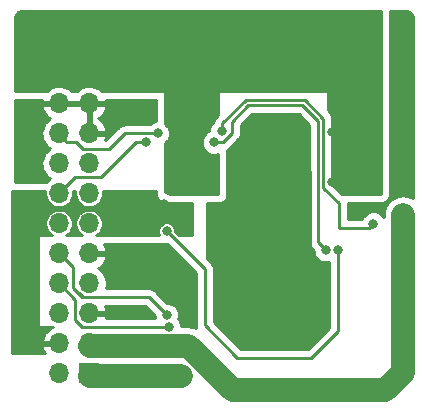
<source format=gbr>
%TF.GenerationSoftware,KiCad,Pcbnew,5.99.0-unknown-ad88874~101~ubuntu20.04.1*%
%TF.CreationDate,2020-05-19T21:45:08-04:00*%
%TF.ProjectId,L6205,4c363230-352e-46b6-9963-61645f706362,rev?*%
%TF.SameCoordinates,Original*%
%TF.FileFunction,Copper,L2,Bot*%
%TF.FilePolarity,Positive*%
%FSLAX46Y46*%
G04 Gerber Fmt 4.6, Leading zero omitted, Abs format (unit mm)*
G04 Created by KiCad (PCBNEW 5.99.0-unknown-ad88874~101~ubuntu20.04.1) date 2020-05-19 21:45:08*
%MOMM*%
%LPD*%
G01*
G04 APERTURE LIST*
%TA.AperFunction,ComponentPad*%
%ADD10R,1.700000X1.700000*%
%TD*%
%TA.AperFunction,ComponentPad*%
%ADD11O,1.700000X1.700000*%
%TD*%
%TA.AperFunction,ViaPad*%
%ADD12C,1.000000*%
%TD*%
%TA.AperFunction,Conductor*%
%ADD13R,6.780000X11.860000*%
%TD*%
%TA.AperFunction,ViaPad*%
%ADD14C,0.800000*%
%TD*%
%TA.AperFunction,Conductor*%
%ADD15C,0.250000*%
%TD*%
%TA.AperFunction,Conductor*%
%ADD16C,2.000000*%
%TD*%
%TA.AperFunction,Conductor*%
%ADD17C,0.254000*%
%TD*%
G04 APERTURE END LIST*
D10*
%TO.P,J1,1,Pin_1*%
%TO.N,/M1_B*%
X106934000Y-131318000D03*
D11*
%TO.P,J1,2,Pin_2*%
%TO.N,/M1_A*%
X104394000Y-131318000D03*
%TO.P,J1,3,Pin_3*%
%TO.N,/M2_B*%
X106934000Y-128778000D03*
%TO.P,J1,4,Pin_4*%
%TO.N,/M2_A*%
X104394000Y-128778000D03*
%TO.P,J1,5,Pin_5*%
%TO.N,GND*%
X106934000Y-126238000D03*
%TO.P,J1,6,Pin_6*%
X104394000Y-126238000D03*
%TO.P,J1,7,Pin_7*%
%TO.N,N/C*%
X106934000Y-123698000D03*
%TO.P,J1,8,Pin_8*%
%TO.N,/IN1_A*%
X104394000Y-123698000D03*
%TO.P,J1,9,Pin_9*%
%TO.N,GND*%
X106934000Y-121158000D03*
%TO.P,J1,10,Pin_10*%
%TO.N,/IN2_A*%
X104394000Y-121158000D03*
%TO.P,J1,11,Pin_11*%
%TO.N,GND*%
X106934000Y-118618000D03*
%TO.P,J1,12,Pin_12*%
%TO.N,/ENA_A*%
X104394000Y-118618000D03*
%TO.P,J1,13,Pin_13*%
%TO.N,GND*%
X106934000Y-116078000D03*
%TO.P,J1,14,Pin_14*%
%TO.N,/IN1_B*%
X104394000Y-116078000D03*
%TO.P,J1,15,Pin_15*%
%TO.N,GND*%
X106934000Y-113538000D03*
%TO.P,J1,16,Pin_16*%
%TO.N,/IN2_B*%
X104394000Y-113538000D03*
%TO.P,J1,17,Pin_17*%
%TO.N,GND*%
X106934000Y-110998000D03*
%TO.P,J1,18,Pin_18*%
%TO.N,/ENA_B*%
X104394000Y-110998000D03*
%TO.P,J1,19,Pin_19*%
%TO.N,GND*%
X106934000Y-108458000D03*
%TO.P,J1,20,Pin_20*%
X104394000Y-108458000D03*
%TO.P,J1,21,Pin_21*%
%TO.N,+12V*%
X106934000Y-105918000D03*
%TO.P,J1,22,Pin_22*%
X104394000Y-105918000D03*
%TO.P,J1,23,Pin_23*%
X106934000Y-103378000D03*
%TO.P,J1,24,Pin_24*%
X104394000Y-103378000D03*
%TD*%
D12*
%TO.N,Net-(U1-Pad21)*%
%TO.C,U1*%
X123698000Y-125216502D03*
X122428000Y-125216502D03*
X121158000Y-125216502D03*
X124968000Y-122676502D03*
X123698000Y-122676502D03*
X122428000Y-122676502D03*
X121158000Y-122676502D03*
X119888000Y-122676502D03*
X124968000Y-120136502D03*
X123698000Y-120136502D03*
X122428000Y-120136502D03*
X121158000Y-120136502D03*
X119888000Y-120136502D03*
X124968000Y-117596502D03*
X123698000Y-117596502D03*
X122428000Y-117596502D03*
X121158000Y-117596502D03*
X119888000Y-117596502D03*
X123698000Y-115056502D03*
X122428000Y-115056502D03*
X121158000Y-115056502D03*
D13*
X122428000Y-120136502D03*
%TD*%
D14*
%TO.N,/IN2_B*%
X113500000Y-119250000D03*
%TO.N,/IN1_B*%
X111750000Y-111750000D03*
X117500000Y-111750000D03*
%TO.N,/ENA_B*%
X112750000Y-111000000D03*
X118147000Y-110774999D03*
%TO.N,GND*%
X109000000Y-123500000D03*
X111000000Y-123500000D03*
%TO.N,/IN1_B*%
X126978598Y-120882598D03*
%TO.N,/IN2_A*%
X113517919Y-126374225D03*
%TO.N,/IN1_A*%
X113686000Y-127360000D03*
%TO.N,/M2_A*%
X114000000Y-117750000D03*
X113250000Y-117000000D03*
X112500000Y-117750000D03*
%TO.N,/IN2_B*%
X128000000Y-120886502D03*
%TO.N,GND*%
X133250000Y-106136502D03*
X133250000Y-113886502D03*
%TO.N,/ENA_B*%
X131000000Y-118636502D03*
%TO.N,/M1_B*%
X114750000Y-131500000D03*
%TO.N,/M2_B*%
X133500000Y-117886502D03*
%TO.N,+12V*%
X117500000Y-115386502D03*
X113750000Y-115386502D03*
X131000000Y-115136502D03*
X127500000Y-115136502D03*
X127500000Y-110886502D03*
X128750000Y-110886502D03*
X128750000Y-108886502D03*
X127750000Y-108886502D03*
%TD*%
D15*
%TO.N,/IN2_B*%
X119500000Y-130000000D02*
X125750000Y-130000000D01*
X116750000Y-122500000D02*
X116750000Y-127250000D01*
X113500000Y-119250000D02*
X116750000Y-122500000D01*
X116750000Y-127250000D02*
X119500000Y-130000000D01*
X125750000Y-130000000D02*
X128000000Y-127750000D01*
X128000000Y-127750000D02*
X128000000Y-120886502D01*
D16*
%TO.N,/M2_B*%
X119111283Y-132750000D02*
X132000000Y-132750000D01*
X115040000Y-128960000D02*
X107000000Y-128960000D01*
X115321283Y-128960000D02*
X119111283Y-132750000D01*
X115040000Y-128960000D02*
X115321283Y-128960000D01*
X133500000Y-127500000D02*
X133500000Y-125750000D01*
X133500000Y-125750000D02*
X133500000Y-117886502D01*
X132000000Y-132750000D02*
X133500000Y-131250000D01*
X133500000Y-131250000D02*
X133500000Y-125750000D01*
D15*
%TO.N,/IN1_B*%
X120750000Y-108611511D02*
X120388489Y-108611511D01*
X126065795Y-109684205D02*
X124993101Y-108611511D01*
X126004091Y-109622501D02*
X126065795Y-109684205D01*
X126065795Y-109684205D02*
X126324989Y-109943399D01*
X124993101Y-108611511D02*
X120750000Y-108611511D01*
X118997501Y-110997501D02*
X118245001Y-111750000D01*
X120388489Y-108611511D02*
X118997501Y-110002499D01*
X118997501Y-110002499D02*
X118997501Y-110997501D01*
X126324989Y-113175011D02*
X126324989Y-109943399D01*
X126324989Y-113175011D02*
X126324989Y-114386989D01*
X118245001Y-111750000D02*
X117500000Y-111750000D01*
%TO.N,/IN1_A*%
X104394000Y-123698000D02*
X105758999Y-125062999D01*
X105758999Y-125062999D02*
X105758999Y-126802001D01*
X105758999Y-126802001D02*
X106369999Y-127413001D01*
X106369999Y-127413001D02*
X113632999Y-127413001D01*
X113632999Y-127413001D02*
X113686000Y-127360000D01*
%TO.N,/IN2_A*%
X112016695Y-124873001D02*
X108123001Y-124873001D01*
X108123001Y-124873001D02*
X106433999Y-124873001D01*
X104394000Y-121158000D02*
X105569001Y-122333001D01*
X105569001Y-122333001D02*
X105569001Y-124072003D01*
X105569001Y-124072003D02*
X106369999Y-124873001D01*
X106369999Y-124873001D02*
X108123001Y-124873001D01*
%TO.N,/IN1_B*%
X111750000Y-111750000D02*
X110926002Y-111750000D01*
X110926002Y-111750000D02*
X107963001Y-114713001D01*
X105758999Y-114713001D02*
X107963001Y-114713001D01*
%TO.N,/ENA_B*%
X108605001Y-112355001D02*
X106435999Y-112355001D01*
X112750000Y-111000000D02*
X109960002Y-111000000D01*
X109960002Y-111000000D02*
X108605001Y-112355001D01*
X118225001Y-110774999D02*
X118225001Y-110120999D01*
X118225001Y-110774999D02*
X118147000Y-110774999D01*
%TO.N,/IN1_B*%
X126324989Y-114386989D02*
X126324989Y-120228989D01*
%TO.N,/ENA_B*%
X120184499Y-108161501D02*
X125179501Y-108161501D01*
X118225001Y-110120999D02*
X120184499Y-108161501D01*
X126774999Y-114328999D02*
X126774999Y-111477001D01*
X125179501Y-108161501D02*
X126774999Y-109756999D01*
X126774999Y-109756999D02*
X126774999Y-111477001D01*
%TO.N,/IN1_B*%
X126324989Y-120228989D02*
X126978598Y-120882598D01*
X104394000Y-116078000D02*
X105758999Y-114713001D01*
%TO.N,/ENA_B*%
X126774999Y-114328999D02*
X126774999Y-115598999D01*
X128100001Y-119036501D02*
X128100001Y-117686001D01*
X128100001Y-116924001D02*
X128100001Y-117686001D01*
X126774999Y-115598999D02*
X128100001Y-116924001D01*
%TO.N,/IN2_A*%
X106433999Y-124873001D02*
X106096499Y-124535501D01*
X106225999Y-124665001D02*
X106096499Y-124535501D01*
X113517919Y-126374225D02*
X112016695Y-124873001D01*
%TO.N,/ENA_B*%
X130600001Y-119036501D02*
X128100001Y-119036501D01*
%TO.N,/IN2_B*%
X128000000Y-120886502D02*
X128000000Y-121063500D01*
%TO.N,/ENA_B*%
X131000000Y-118636502D02*
X130600001Y-119036501D01*
X105830998Y-111750000D02*
X105030000Y-111750000D01*
X105030000Y-111750000D02*
X104460000Y-111180000D01*
X106435999Y-112355001D02*
X105830998Y-111750000D01*
D16*
%TO.N,/M1_B*%
X107000000Y-131500000D02*
X114750000Y-131500000D01*
%TD*%
%TO.N,GND*%
G36*
X107061999Y-120956191D02*
G01*
X107135808Y-121030000D01*
X108326863Y-121030001D01*
X108402373Y-120940488D01*
X108376499Y-120789114D01*
X108373817Y-120778784D01*
X108293723Y-120551343D01*
X108289339Y-120541612D01*
X108201613Y-120384000D01*
X113557786Y-120384000D01*
X115989000Y-122815215D01*
X115989001Y-127149427D01*
X115989001Y-127360489D01*
X115992103Y-127380078D01*
X116007739Y-127428199D01*
X116015057Y-127474405D01*
X115974313Y-127452006D01*
X115962982Y-127447150D01*
X115960639Y-127446407D01*
X115958489Y-127445254D01*
X115947109Y-127440517D01*
X115807969Y-127397977D01*
X115668764Y-127353819D01*
X115656270Y-127351209D01*
X115654332Y-127351005D01*
X115652133Y-127350333D01*
X115640053Y-127347898D01*
X115333182Y-127316725D01*
X115320857Y-127316682D01*
X115243441Y-127324000D01*
X114722000Y-127324000D01*
X114722000Y-127231938D01*
X114719844Y-127215562D01*
X114653554Y-126968165D01*
X114647233Y-126952905D01*
X114519171Y-126731095D01*
X114509116Y-126717991D01*
X114500628Y-126709503D01*
X114551763Y-126518663D01*
X114553919Y-126502287D01*
X114553919Y-126246163D01*
X114551763Y-126229787D01*
X114485473Y-125982390D01*
X114479152Y-125967130D01*
X114351090Y-125745320D01*
X114341035Y-125732216D01*
X114159928Y-125551109D01*
X114146824Y-125541054D01*
X113925014Y-125412992D01*
X113909754Y-125406671D01*
X113662357Y-125340381D01*
X113645981Y-125338225D01*
X113558135Y-125338225D01*
X112633105Y-124413196D01*
X112633102Y-124413192D01*
X112476675Y-124256765D01*
X112460629Y-124245107D01*
X112415542Y-124222134D01*
X112374611Y-124192395D01*
X112356939Y-124183390D01*
X112308821Y-124167756D01*
X112263734Y-124144783D01*
X112244871Y-124138654D01*
X112194888Y-124130738D01*
X112146773Y-124115104D01*
X112127184Y-124112002D01*
X112071886Y-124112002D01*
X112071874Y-124112001D01*
X108363575Y-124112001D01*
X108366272Y-124104787D01*
X108369151Y-124094511D01*
X108414392Y-123857351D01*
X108415507Y-123846128D01*
X108418077Y-123578341D01*
X108417178Y-123567099D01*
X108376499Y-123329114D01*
X108373817Y-123318784D01*
X108293723Y-123091343D01*
X108289339Y-123081612D01*
X108172067Y-122870916D01*
X108166107Y-122862064D01*
X108015013Y-122674140D01*
X108007647Y-122666417D01*
X107827049Y-122506638D01*
X107818486Y-122500267D01*
X107701888Y-122427973D01*
X107795330Y-122372491D01*
X107804012Y-122366286D01*
X107987645Y-122210004D01*
X107995158Y-122202424D01*
X108149833Y-122017435D01*
X108155962Y-122008698D01*
X108277256Y-121800294D01*
X108281825Y-121790650D01*
X108366272Y-121564787D01*
X108369151Y-121554511D01*
X108402943Y-121377370D01*
X108327356Y-121286000D01*
X107135808Y-121285999D01*
X107135807Y-121286000D01*
X106806000Y-121285999D01*
X106806001Y-120384000D01*
X107062000Y-120384000D01*
X107061999Y-120956191D01*
G37*
D17*
X107061999Y-120956191D02*
X107135808Y-121030000D01*
X108326863Y-121030001D01*
X108402373Y-120940488D01*
X108376499Y-120789114D01*
X108373817Y-120778784D01*
X108293723Y-120551343D01*
X108289339Y-120541612D01*
X108201613Y-120384000D01*
X113557786Y-120384000D01*
X115989000Y-122815215D01*
X115989001Y-127149427D01*
X115989001Y-127360489D01*
X115992103Y-127380078D01*
X116007739Y-127428199D01*
X116015057Y-127474405D01*
X115974313Y-127452006D01*
X115962982Y-127447150D01*
X115960639Y-127446407D01*
X115958489Y-127445254D01*
X115947109Y-127440517D01*
X115807969Y-127397977D01*
X115668764Y-127353819D01*
X115656270Y-127351209D01*
X115654332Y-127351005D01*
X115652133Y-127350333D01*
X115640053Y-127347898D01*
X115333182Y-127316725D01*
X115320857Y-127316682D01*
X115243441Y-127324000D01*
X114722000Y-127324000D01*
X114722000Y-127231938D01*
X114719844Y-127215562D01*
X114653554Y-126968165D01*
X114647233Y-126952905D01*
X114519171Y-126731095D01*
X114509116Y-126717991D01*
X114500628Y-126709503D01*
X114551763Y-126518663D01*
X114553919Y-126502287D01*
X114553919Y-126246163D01*
X114551763Y-126229787D01*
X114485473Y-125982390D01*
X114479152Y-125967130D01*
X114351090Y-125745320D01*
X114341035Y-125732216D01*
X114159928Y-125551109D01*
X114146824Y-125541054D01*
X113925014Y-125412992D01*
X113909754Y-125406671D01*
X113662357Y-125340381D01*
X113645981Y-125338225D01*
X113558135Y-125338225D01*
X112633105Y-124413196D01*
X112633102Y-124413192D01*
X112476675Y-124256765D01*
X112460629Y-124245107D01*
X112415542Y-124222134D01*
X112374611Y-124192395D01*
X112356939Y-124183390D01*
X112308821Y-124167756D01*
X112263734Y-124144783D01*
X112244871Y-124138654D01*
X112194888Y-124130738D01*
X112146773Y-124115104D01*
X112127184Y-124112002D01*
X112071886Y-124112002D01*
X112071874Y-124112001D01*
X108363575Y-124112001D01*
X108366272Y-124104787D01*
X108369151Y-124094511D01*
X108414392Y-123857351D01*
X108415507Y-123846128D01*
X108418077Y-123578341D01*
X108417178Y-123567099D01*
X108376499Y-123329114D01*
X108373817Y-123318784D01*
X108293723Y-123091343D01*
X108289339Y-123081612D01*
X108172067Y-122870916D01*
X108166107Y-122862064D01*
X108015013Y-122674140D01*
X108007647Y-122666417D01*
X107827049Y-122506638D01*
X107818486Y-122500267D01*
X107701888Y-122427973D01*
X107795330Y-122372491D01*
X107804012Y-122366286D01*
X107987645Y-122210004D01*
X107995158Y-122202424D01*
X108149833Y-122017435D01*
X108155962Y-122008698D01*
X108277256Y-121800294D01*
X108281825Y-121790650D01*
X108366272Y-121564787D01*
X108369151Y-121554511D01*
X108402943Y-121377370D01*
X108327356Y-121286000D01*
X107135808Y-121285999D01*
X107135807Y-121286000D01*
X106806000Y-121285999D01*
X106806001Y-120384000D01*
X107062000Y-120384000D01*
X107061999Y-120956191D01*
G36*
X112481919Y-126414441D02*
G01*
X112481919Y-126502287D01*
X112484075Y-126518663D01*
X112519803Y-126652001D01*
X108363575Y-126652001D01*
X108366272Y-126644788D01*
X108369151Y-126634511D01*
X108402943Y-126457370D01*
X108327356Y-126366000D01*
X107135808Y-126365999D01*
X107135807Y-126366000D01*
X106519999Y-126365999D01*
X106519999Y-126110001D01*
X106732192Y-126110001D01*
X106732193Y-126110000D01*
X108326863Y-126110001D01*
X108402373Y-126020488D01*
X108376499Y-125869114D01*
X108373817Y-125858784D01*
X108294659Y-125634001D01*
X111701480Y-125634001D01*
X112481919Y-126414441D01*
G37*
X112481919Y-126414441D02*
X112481919Y-126502287D01*
X112484075Y-126518663D01*
X112519803Y-126652001D01*
X108363575Y-126652001D01*
X108366272Y-126644788D01*
X108369151Y-126634511D01*
X108402943Y-126457370D01*
X108327356Y-126366000D01*
X107135808Y-126365999D01*
X107135807Y-126366000D01*
X106519999Y-126365999D01*
X106519999Y-126110001D01*
X106732192Y-126110001D01*
X106732193Y-126110000D01*
X108326863Y-126110001D01*
X108402373Y-126020488D01*
X108376499Y-125869114D01*
X108373817Y-125858784D01*
X108294659Y-125634001D01*
X111701480Y-125634001D01*
X112481919Y-126414441D01*
G36*
X104997999Y-126110001D02*
G01*
X104998000Y-126366000D01*
X104266000Y-126365999D01*
X104266001Y-126110000D01*
X104997999Y-126110001D01*
G37*
X104997999Y-126110001D02*
X104998000Y-126366000D01*
X104266000Y-126365999D01*
X104266001Y-126110000D01*
X104997999Y-126110001D01*
G36*
X133672301Y-100634008D02*
G01*
X133681522Y-100635584D01*
X133692609Y-100636641D01*
X133692988Y-100636676D01*
X133857710Y-100651376D01*
X133962013Y-100679911D01*
X134059615Y-100726465D01*
X134147434Y-100789569D01*
X134222686Y-100867225D01*
X134283003Y-100956985D01*
X134326466Y-101055995D01*
X134352890Y-101166060D01*
X134362821Y-101301288D01*
X134364111Y-101310160D01*
X134366001Y-101318792D01*
X134366001Y-116494840D01*
X134142488Y-116373987D01*
X134131126Y-116369211D01*
X133836469Y-116278000D01*
X133824396Y-116275521D01*
X133517635Y-116243279D01*
X133505310Y-116243193D01*
X133198129Y-116271149D01*
X133186023Y-116273458D01*
X132890121Y-116360546D01*
X132878694Y-116365163D01*
X132605344Y-116508067D01*
X132595030Y-116514816D01*
X132354643Y-116708093D01*
X132345838Y-116716716D01*
X132147568Y-116953003D01*
X132140605Y-116963173D01*
X131992008Y-117233471D01*
X131987152Y-117244800D01*
X131893820Y-117539022D01*
X131891209Y-117551517D01*
X131864346Y-117807101D01*
X131864001Y-117813691D01*
X131864001Y-118060996D01*
X131833171Y-118007597D01*
X131823116Y-117994493D01*
X131642009Y-117813386D01*
X131628905Y-117803331D01*
X131407095Y-117675269D01*
X131391835Y-117668948D01*
X131144438Y-117602658D01*
X131128062Y-117600502D01*
X130871938Y-117600502D01*
X130855562Y-117602658D01*
X130608165Y-117668948D01*
X130592905Y-117675269D01*
X130371095Y-117803331D01*
X130357991Y-117813386D01*
X130176884Y-117994493D01*
X130166829Y-118007597D01*
X130038767Y-118229407D01*
X130032446Y-118244667D01*
X130024184Y-118275501D01*
X128884000Y-118275501D01*
X128884000Y-116884000D01*
X131756754Y-116884000D01*
X131770184Y-116882556D01*
X131998832Y-116832817D01*
X132019666Y-116824187D01*
X132158371Y-116735047D01*
X132171992Y-116723244D01*
X132278483Y-116600348D01*
X132288227Y-116585185D01*
X132355779Y-116437265D01*
X132360857Y-116419972D01*
X132383358Y-116263478D01*
X132384000Y-116254500D01*
X132384000Y-100634000D01*
X133672269Y-100634000D01*
X133672301Y-100634008D01*
G37*
X133672301Y-100634008D02*
X133681522Y-100635584D01*
X133692609Y-100636641D01*
X133692988Y-100636676D01*
X133857710Y-100651376D01*
X133962013Y-100679911D01*
X134059615Y-100726465D01*
X134147434Y-100789569D01*
X134222686Y-100867225D01*
X134283003Y-100956985D01*
X134326466Y-101055995D01*
X134352890Y-101166060D01*
X134362821Y-101301288D01*
X134364111Y-101310160D01*
X134366001Y-101318792D01*
X134366001Y-116494840D01*
X134142488Y-116373987D01*
X134131126Y-116369211D01*
X133836469Y-116278000D01*
X133824396Y-116275521D01*
X133517635Y-116243279D01*
X133505310Y-116243193D01*
X133198129Y-116271149D01*
X133186023Y-116273458D01*
X132890121Y-116360546D01*
X132878694Y-116365163D01*
X132605344Y-116508067D01*
X132595030Y-116514816D01*
X132354643Y-116708093D01*
X132345838Y-116716716D01*
X132147568Y-116953003D01*
X132140605Y-116963173D01*
X131992008Y-117233471D01*
X131987152Y-117244800D01*
X131893820Y-117539022D01*
X131891209Y-117551517D01*
X131864346Y-117807101D01*
X131864001Y-117813691D01*
X131864001Y-118060996D01*
X131833171Y-118007597D01*
X131823116Y-117994493D01*
X131642009Y-117813386D01*
X131628905Y-117803331D01*
X131407095Y-117675269D01*
X131391835Y-117668948D01*
X131144438Y-117602658D01*
X131128062Y-117600502D01*
X130871938Y-117600502D01*
X130855562Y-117602658D01*
X130608165Y-117668948D01*
X130592905Y-117675269D01*
X130371095Y-117803331D01*
X130357991Y-117813386D01*
X130176884Y-117994493D01*
X130166829Y-118007597D01*
X130038767Y-118229407D01*
X130032446Y-118244667D01*
X130024184Y-118275501D01*
X128884000Y-118275501D01*
X128884000Y-116884000D01*
X131756754Y-116884000D01*
X131770184Y-116882556D01*
X131998832Y-116832817D01*
X132019666Y-116824187D01*
X132158371Y-116735047D01*
X132171992Y-116723244D01*
X132278483Y-116600348D01*
X132288227Y-116585185D01*
X132355779Y-116437265D01*
X132360857Y-116419972D01*
X132383358Y-116263478D01*
X132384000Y-116254500D01*
X132384000Y-100634000D01*
X133672269Y-100634000D01*
X133672301Y-100634008D01*
G36*
X102918085Y-108231233D02*
G01*
X102993734Y-108330000D01*
X104192192Y-108330001D01*
X104192193Y-108330000D01*
X105588191Y-108330001D01*
X105588192Y-108330000D01*
X106732192Y-108330001D01*
X106732193Y-108330000D01*
X108326863Y-108330001D01*
X108402373Y-108240488D01*
X108384171Y-108134000D01*
X112616000Y-108134000D01*
X112616000Y-109964782D01*
X112605562Y-109966156D01*
X112358165Y-110032446D01*
X112342905Y-110038767D01*
X112121095Y-110166829D01*
X112107991Y-110176884D01*
X112045876Y-110239000D01*
X109904823Y-110239000D01*
X109904811Y-110239001D01*
X109849512Y-110239001D01*
X109829924Y-110242103D01*
X109781810Y-110257736D01*
X109731825Y-110265653D01*
X109712964Y-110271782D01*
X109667881Y-110294753D01*
X109619756Y-110310390D01*
X109602084Y-110319394D01*
X109561146Y-110349138D01*
X109516068Y-110372106D01*
X109500023Y-110383763D01*
X109457231Y-110426556D01*
X108298956Y-111584832D01*
X108366272Y-111404787D01*
X108369151Y-111394511D01*
X108402943Y-111217370D01*
X108327356Y-111126000D01*
X107135809Y-111125999D01*
X107062000Y-111199808D01*
X107061999Y-111594001D01*
X106806001Y-111594001D01*
X106806001Y-111199808D01*
X106806000Y-111199807D01*
X106806001Y-109803809D01*
X106806000Y-109803808D01*
X106806000Y-109652191D01*
X107061999Y-109652191D01*
X107062000Y-109652192D01*
X107061999Y-110796191D01*
X107135808Y-110870000D01*
X108326863Y-110870001D01*
X108402373Y-110780488D01*
X108376499Y-110629114D01*
X108373817Y-110618784D01*
X108293723Y-110391343D01*
X108289339Y-110381612D01*
X108172067Y-110170916D01*
X108166107Y-110162064D01*
X108015013Y-109974140D01*
X108007647Y-109966417D01*
X107827049Y-109806638D01*
X107818486Y-109800267D01*
X107701888Y-109727973D01*
X107795330Y-109672491D01*
X107804012Y-109666286D01*
X107987645Y-109510004D01*
X107995158Y-109502424D01*
X108149833Y-109317435D01*
X108155962Y-109308698D01*
X108277256Y-109100294D01*
X108281825Y-109090650D01*
X108366272Y-108864787D01*
X108369151Y-108854511D01*
X108402943Y-108677370D01*
X108327356Y-108586000D01*
X107135809Y-108585999D01*
X107062000Y-108659808D01*
X107061999Y-109652191D01*
X106806000Y-109652191D01*
X106806001Y-108659809D01*
X106732192Y-108586000D01*
X105739809Y-108585999D01*
X105739808Y-108586000D01*
X104595808Y-108585999D01*
X104595807Y-108586000D01*
X102996272Y-108585999D01*
X102920602Y-108682852D01*
X102983221Y-108934005D01*
X102986669Y-108944104D01*
X103083591Y-109164900D01*
X103088692Y-109174275D01*
X103221430Y-109375584D01*
X103228038Y-109383965D01*
X103392798Y-109560032D01*
X103400722Y-109567180D01*
X103592792Y-109712968D01*
X103601808Y-109718679D01*
X103618166Y-109727194D01*
X103617032Y-109727882D01*
X103422199Y-109869957D01*
X103414138Y-109876952D01*
X103246029Y-110049822D01*
X103239263Y-110058074D01*
X103102683Y-110256798D01*
X103097403Y-110266073D01*
X102996260Y-110484968D01*
X102992618Y-110495000D01*
X102929802Y-110727807D01*
X102927903Y-110738309D01*
X102905211Y-110978372D01*
X102905109Y-110989043D01*
X102923188Y-111229497D01*
X102924885Y-111240034D01*
X102983221Y-111474005D01*
X102986669Y-111484104D01*
X103083591Y-111704900D01*
X103088692Y-111714275D01*
X103221430Y-111915584D01*
X103228038Y-111923965D01*
X103392798Y-112100032D01*
X103400722Y-112107180D01*
X103592792Y-112252968D01*
X103601808Y-112258679D01*
X103618166Y-112267194D01*
X103617032Y-112267882D01*
X103422199Y-112409957D01*
X103414138Y-112416952D01*
X103246029Y-112589822D01*
X103239263Y-112598074D01*
X103102683Y-112796798D01*
X103097403Y-112806073D01*
X102996260Y-113024968D01*
X102992618Y-113035000D01*
X102929802Y-113267807D01*
X102927903Y-113278309D01*
X102905211Y-113518372D01*
X102905109Y-113529043D01*
X102923188Y-113769497D01*
X102924885Y-113780034D01*
X102983221Y-114014005D01*
X102986669Y-114024104D01*
X103083591Y-114244900D01*
X103088692Y-114254275D01*
X103221430Y-114455584D01*
X103228038Y-114463965D01*
X103392798Y-114640032D01*
X103400722Y-114647180D01*
X103592792Y-114792968D01*
X103601808Y-114798679D01*
X103618166Y-114807194D01*
X103617032Y-114807882D01*
X103422199Y-114949957D01*
X103414138Y-114956952D01*
X103259470Y-115116000D01*
X100634000Y-115116000D01*
X100634000Y-108134000D01*
X102944320Y-108134000D01*
X102918085Y-108231233D01*
G37*
X102918085Y-108231233D02*
X102993734Y-108330000D01*
X104192192Y-108330001D01*
X104192193Y-108330000D01*
X105588191Y-108330001D01*
X105588192Y-108330000D01*
X106732192Y-108330001D01*
X106732193Y-108330000D01*
X108326863Y-108330001D01*
X108402373Y-108240488D01*
X108384171Y-108134000D01*
X112616000Y-108134000D01*
X112616000Y-109964782D01*
X112605562Y-109966156D01*
X112358165Y-110032446D01*
X112342905Y-110038767D01*
X112121095Y-110166829D01*
X112107991Y-110176884D01*
X112045876Y-110239000D01*
X109904823Y-110239000D01*
X109904811Y-110239001D01*
X109849512Y-110239001D01*
X109829924Y-110242103D01*
X109781810Y-110257736D01*
X109731825Y-110265653D01*
X109712964Y-110271782D01*
X109667881Y-110294753D01*
X109619756Y-110310390D01*
X109602084Y-110319394D01*
X109561146Y-110349138D01*
X109516068Y-110372106D01*
X109500023Y-110383763D01*
X109457231Y-110426556D01*
X108298956Y-111584832D01*
X108366272Y-111404787D01*
X108369151Y-111394511D01*
X108402943Y-111217370D01*
X108327356Y-111126000D01*
X107135809Y-111125999D01*
X107062000Y-111199808D01*
X107061999Y-111594001D01*
X106806001Y-111594001D01*
X106806001Y-111199808D01*
X106806000Y-111199807D01*
X106806001Y-109803809D01*
X106806000Y-109803808D01*
X106806000Y-109652191D01*
X107061999Y-109652191D01*
X107062000Y-109652192D01*
X107061999Y-110796191D01*
X107135808Y-110870000D01*
X108326863Y-110870001D01*
X108402373Y-110780488D01*
X108376499Y-110629114D01*
X108373817Y-110618784D01*
X108293723Y-110391343D01*
X108289339Y-110381612D01*
X108172067Y-110170916D01*
X108166107Y-110162064D01*
X108015013Y-109974140D01*
X108007647Y-109966417D01*
X107827049Y-109806638D01*
X107818486Y-109800267D01*
X107701888Y-109727973D01*
X107795330Y-109672491D01*
X107804012Y-109666286D01*
X107987645Y-109510004D01*
X107995158Y-109502424D01*
X108149833Y-109317435D01*
X108155962Y-109308698D01*
X108277256Y-109100294D01*
X108281825Y-109090650D01*
X108366272Y-108864787D01*
X108369151Y-108854511D01*
X108402943Y-108677370D01*
X108327356Y-108586000D01*
X107135809Y-108585999D01*
X107062000Y-108659808D01*
X107061999Y-109652191D01*
X106806000Y-109652191D01*
X106806001Y-108659809D01*
X106732192Y-108586000D01*
X105739809Y-108585999D01*
X105739808Y-108586000D01*
X104595808Y-108585999D01*
X104595807Y-108586000D01*
X102996272Y-108585999D01*
X102920602Y-108682852D01*
X102983221Y-108934005D01*
X102986669Y-108944104D01*
X103083591Y-109164900D01*
X103088692Y-109174275D01*
X103221430Y-109375584D01*
X103228038Y-109383965D01*
X103392798Y-109560032D01*
X103400722Y-109567180D01*
X103592792Y-109712968D01*
X103601808Y-109718679D01*
X103618166Y-109727194D01*
X103617032Y-109727882D01*
X103422199Y-109869957D01*
X103414138Y-109876952D01*
X103246029Y-110049822D01*
X103239263Y-110058074D01*
X103102683Y-110256798D01*
X103097403Y-110266073D01*
X102996260Y-110484968D01*
X102992618Y-110495000D01*
X102929802Y-110727807D01*
X102927903Y-110738309D01*
X102905211Y-110978372D01*
X102905109Y-110989043D01*
X102923188Y-111229497D01*
X102924885Y-111240034D01*
X102983221Y-111474005D01*
X102986669Y-111484104D01*
X103083591Y-111704900D01*
X103088692Y-111714275D01*
X103221430Y-111915584D01*
X103228038Y-111923965D01*
X103392798Y-112100032D01*
X103400722Y-112107180D01*
X103592792Y-112252968D01*
X103601808Y-112258679D01*
X103618166Y-112267194D01*
X103617032Y-112267882D01*
X103422199Y-112409957D01*
X103414138Y-112416952D01*
X103246029Y-112589822D01*
X103239263Y-112598074D01*
X103102683Y-112796798D01*
X103097403Y-112806073D01*
X102996260Y-113024968D01*
X102992618Y-113035000D01*
X102929802Y-113267807D01*
X102927903Y-113278309D01*
X102905211Y-113518372D01*
X102905109Y-113529043D01*
X102923188Y-113769497D01*
X102924885Y-113780034D01*
X102983221Y-114014005D01*
X102986669Y-114024104D01*
X103083591Y-114244900D01*
X103088692Y-114254275D01*
X103221430Y-114455584D01*
X103228038Y-114463965D01*
X103392798Y-114640032D01*
X103400722Y-114647180D01*
X103592792Y-114792968D01*
X103601808Y-114798679D01*
X103618166Y-114807194D01*
X103617032Y-114807882D01*
X103422199Y-114949957D01*
X103414138Y-114956952D01*
X103259470Y-115116000D01*
X100634000Y-115116000D01*
X100634000Y-108134000D01*
X102944320Y-108134000D01*
X102918085Y-108231233D01*
G36*
X107061999Y-113336192D02*
G01*
X107062000Y-113336193D01*
X107061999Y-113952001D01*
X106806001Y-113952001D01*
X106806001Y-113739808D01*
X106806000Y-113739807D01*
X106806001Y-113116001D01*
X107061999Y-113116001D01*
X107061999Y-113336192D01*
G37*
X107061999Y-113336192D02*
X107062000Y-113336193D01*
X107061999Y-113952001D01*
X106806001Y-113952001D01*
X106806001Y-113739808D01*
X106806000Y-113739807D01*
X106806001Y-113116001D01*
X107061999Y-113116001D01*
X107061999Y-113336192D01*
%TO.N,+12V*%
G36*
X131624000Y-116124000D02*
G01*
X128376216Y-116124000D01*
X127535999Y-115283784D01*
X127535999Y-109701820D01*
X127535998Y-109701808D01*
X127535998Y-109646509D01*
X127532896Y-109626921D01*
X127517263Y-109578807D01*
X127509346Y-109528822D01*
X127503217Y-109509961D01*
X127480246Y-109464878D01*
X127464609Y-109416753D01*
X127455605Y-109399081D01*
X127425861Y-109358143D01*
X127402893Y-109313065D01*
X127391236Y-109297020D01*
X127126000Y-109031785D01*
X127126000Y-107447809D01*
X127052191Y-107374000D01*
X117947809Y-107374000D01*
X117874000Y-107447809D01*
X117874000Y-109395786D01*
X117608766Y-109661019D01*
X117597109Y-109677063D01*
X117574137Y-109722147D01*
X117544394Y-109763084D01*
X117535390Y-109780756D01*
X117519756Y-109828874D01*
X117496783Y-109873959D01*
X117490654Y-109892822D01*
X117482738Y-109942806D01*
X117467658Y-109989217D01*
X117323884Y-110132990D01*
X117313829Y-110146094D01*
X117185767Y-110367904D01*
X117179446Y-110383164D01*
X117113156Y-110630561D01*
X117111000Y-110646937D01*
X117111000Y-110781686D01*
X117108164Y-110782446D01*
X117092905Y-110788767D01*
X116871095Y-110916829D01*
X116857991Y-110926884D01*
X116676884Y-111107991D01*
X116666829Y-111121095D01*
X116538767Y-111342905D01*
X116532446Y-111358165D01*
X116466156Y-111605562D01*
X116464000Y-111621938D01*
X116464000Y-111878062D01*
X116466156Y-111894438D01*
X116532446Y-112141835D01*
X116538767Y-112157095D01*
X116666829Y-112378905D01*
X116676884Y-112392009D01*
X116857991Y-112573116D01*
X116871095Y-112583171D01*
X117092905Y-112711233D01*
X117108165Y-112717554D01*
X117355562Y-112783844D01*
X117371938Y-112786000D01*
X117628062Y-112786000D01*
X117644438Y-112783844D01*
X117874000Y-112722333D01*
X117874000Y-116124000D01*
X113804722Y-116124000D01*
X113657095Y-116038767D01*
X113641835Y-116032446D01*
X113394438Y-115966156D01*
X113378062Y-115964000D01*
X113376000Y-115964000D01*
X113376000Y-111834848D01*
X113378905Y-111833171D01*
X113392009Y-111823116D01*
X113573116Y-111642009D01*
X113583171Y-111628905D01*
X113711233Y-111407095D01*
X113717554Y-111391835D01*
X113783844Y-111144438D01*
X113786000Y-111128062D01*
X113786000Y-110871938D01*
X113783844Y-110855562D01*
X113717554Y-110608165D01*
X113711233Y-110592905D01*
X113583171Y-110371095D01*
X113573116Y-110357991D01*
X113392009Y-110176884D01*
X113378905Y-110166829D01*
X113376000Y-110165152D01*
X113376000Y-107447809D01*
X113302191Y-107374000D01*
X107948399Y-107374000D01*
X107827049Y-107266638D01*
X107818486Y-107260267D01*
X107613549Y-107133202D01*
X107604036Y-107128365D01*
X107380619Y-107037645D01*
X107370427Y-107034480D01*
X107134919Y-106982700D01*
X107124340Y-106981298D01*
X106883475Y-106969939D01*
X106872809Y-106970339D01*
X106633474Y-106999727D01*
X106623030Y-107001918D01*
X106392068Y-107071210D01*
X106382142Y-107075130D01*
X106166155Y-107182346D01*
X106157032Y-107187882D01*
X105962199Y-107329957D01*
X105954138Y-107336952D01*
X105918110Y-107374000D01*
X105408399Y-107374000D01*
X105287049Y-107266638D01*
X105278486Y-107260267D01*
X105073549Y-107133202D01*
X105064036Y-107128365D01*
X104840619Y-107037645D01*
X104830427Y-107034480D01*
X104594919Y-106982700D01*
X104584340Y-106981298D01*
X104343475Y-106969939D01*
X104332809Y-106970339D01*
X104093474Y-106999727D01*
X104083030Y-107001918D01*
X103852068Y-107071210D01*
X103842142Y-107075130D01*
X103626155Y-107182346D01*
X103617032Y-107187882D01*
X103422199Y-107329957D01*
X103414138Y-107336952D01*
X103378110Y-107374000D01*
X100634000Y-107374000D01*
X100634000Y-101327731D01*
X100634008Y-101327699D01*
X100635584Y-101318478D01*
X100636641Y-101307391D01*
X100636676Y-101307012D01*
X100651376Y-101142290D01*
X100679911Y-101037987D01*
X100726465Y-100940385D01*
X100789569Y-100852566D01*
X100867225Y-100777314D01*
X100956985Y-100716997D01*
X101055995Y-100673534D01*
X101166060Y-100647110D01*
X101301288Y-100637179D01*
X101310160Y-100635889D01*
X101318787Y-100634000D01*
X131624000Y-100634000D01*
X131624000Y-116124000D01*
G37*
X131624000Y-116124000D02*
X128376216Y-116124000D01*
X127535999Y-115283784D01*
X127535999Y-109701820D01*
X127535998Y-109701808D01*
X127535998Y-109646509D01*
X127532896Y-109626921D01*
X127517263Y-109578807D01*
X127509346Y-109528822D01*
X127503217Y-109509961D01*
X127480246Y-109464878D01*
X127464609Y-109416753D01*
X127455605Y-109399081D01*
X127425861Y-109358143D01*
X127402893Y-109313065D01*
X127391236Y-109297020D01*
X127126000Y-109031785D01*
X127126000Y-107447809D01*
X127052191Y-107374000D01*
X117947809Y-107374000D01*
X117874000Y-107447809D01*
X117874000Y-109395786D01*
X117608766Y-109661019D01*
X117597109Y-109677063D01*
X117574137Y-109722147D01*
X117544394Y-109763084D01*
X117535390Y-109780756D01*
X117519756Y-109828874D01*
X117496783Y-109873959D01*
X117490654Y-109892822D01*
X117482738Y-109942806D01*
X117467658Y-109989217D01*
X117323884Y-110132990D01*
X117313829Y-110146094D01*
X117185767Y-110367904D01*
X117179446Y-110383164D01*
X117113156Y-110630561D01*
X117111000Y-110646937D01*
X117111000Y-110781686D01*
X117108164Y-110782446D01*
X117092905Y-110788767D01*
X116871095Y-110916829D01*
X116857991Y-110926884D01*
X116676884Y-111107991D01*
X116666829Y-111121095D01*
X116538767Y-111342905D01*
X116532446Y-111358165D01*
X116466156Y-111605562D01*
X116464000Y-111621938D01*
X116464000Y-111878062D01*
X116466156Y-111894438D01*
X116532446Y-112141835D01*
X116538767Y-112157095D01*
X116666829Y-112378905D01*
X116676884Y-112392009D01*
X116857991Y-112573116D01*
X116871095Y-112583171D01*
X117092905Y-112711233D01*
X117108165Y-112717554D01*
X117355562Y-112783844D01*
X117371938Y-112786000D01*
X117628062Y-112786000D01*
X117644438Y-112783844D01*
X117874000Y-112722333D01*
X117874000Y-116124000D01*
X113804722Y-116124000D01*
X113657095Y-116038767D01*
X113641835Y-116032446D01*
X113394438Y-115966156D01*
X113378062Y-115964000D01*
X113376000Y-115964000D01*
X113376000Y-111834848D01*
X113378905Y-111833171D01*
X113392009Y-111823116D01*
X113573116Y-111642009D01*
X113583171Y-111628905D01*
X113711233Y-111407095D01*
X113717554Y-111391835D01*
X113783844Y-111144438D01*
X113786000Y-111128062D01*
X113786000Y-110871938D01*
X113783844Y-110855562D01*
X113717554Y-110608165D01*
X113711233Y-110592905D01*
X113583171Y-110371095D01*
X113573116Y-110357991D01*
X113392009Y-110176884D01*
X113378905Y-110166829D01*
X113376000Y-110165152D01*
X113376000Y-107447809D01*
X113302191Y-107374000D01*
X107948399Y-107374000D01*
X107827049Y-107266638D01*
X107818486Y-107260267D01*
X107613549Y-107133202D01*
X107604036Y-107128365D01*
X107380619Y-107037645D01*
X107370427Y-107034480D01*
X107134919Y-106982700D01*
X107124340Y-106981298D01*
X106883475Y-106969939D01*
X106872809Y-106970339D01*
X106633474Y-106999727D01*
X106623030Y-107001918D01*
X106392068Y-107071210D01*
X106382142Y-107075130D01*
X106166155Y-107182346D01*
X106157032Y-107187882D01*
X105962199Y-107329957D01*
X105954138Y-107336952D01*
X105918110Y-107374000D01*
X105408399Y-107374000D01*
X105287049Y-107266638D01*
X105278486Y-107260267D01*
X105073549Y-107133202D01*
X105064036Y-107128365D01*
X104840619Y-107037645D01*
X104830427Y-107034480D01*
X104594919Y-106982700D01*
X104584340Y-106981298D01*
X104343475Y-106969939D01*
X104332809Y-106970339D01*
X104093474Y-106999727D01*
X104083030Y-107001918D01*
X103852068Y-107071210D01*
X103842142Y-107075130D01*
X103626155Y-107182346D01*
X103617032Y-107187882D01*
X103422199Y-107329957D01*
X103414138Y-107336952D01*
X103378110Y-107374000D01*
X100634000Y-107374000D01*
X100634000Y-101327731D01*
X100634008Y-101327699D01*
X100635584Y-101318478D01*
X100636641Y-101307391D01*
X100636676Y-101307012D01*
X100651376Y-101142290D01*
X100679911Y-101037987D01*
X100726465Y-100940385D01*
X100789569Y-100852566D01*
X100867225Y-100777314D01*
X100956985Y-100716997D01*
X101055995Y-100673534D01*
X101166060Y-100647110D01*
X101301288Y-100637179D01*
X101310160Y-100635889D01*
X101318787Y-100634000D01*
X131624000Y-100634000D01*
X131624000Y-116124000D01*
%TO.N,Net-(U1-Pad21)*%
G36*
X125563990Y-110258617D02*
G01*
X125563989Y-113125037D01*
X125563989Y-113125038D01*
X125563990Y-114331799D01*
X125563989Y-114331811D01*
X125563990Y-120128416D01*
X125563990Y-120339478D01*
X125567092Y-120359067D01*
X125582728Y-120407188D01*
X125590643Y-120457166D01*
X125596772Y-120476029D01*
X125619742Y-120521107D01*
X125635378Y-120569232D01*
X125644382Y-120586904D01*
X125674127Y-120627845D01*
X125697097Y-120672924D01*
X125708754Y-120688969D01*
X125942598Y-120922812D01*
X125942598Y-121010660D01*
X125944754Y-121027036D01*
X126011044Y-121274433D01*
X126017365Y-121289693D01*
X126145427Y-121511503D01*
X126155482Y-121524607D01*
X126336589Y-121705714D01*
X126349693Y-121715769D01*
X126571503Y-121843831D01*
X126586763Y-121850152D01*
X126834160Y-121916442D01*
X126850536Y-121918598D01*
X127106660Y-121918598D01*
X127123036Y-121916442D01*
X127239001Y-121885369D01*
X127239000Y-127434783D01*
X125434785Y-129239000D01*
X119815216Y-129239000D01*
X117511000Y-126934786D01*
X117511000Y-122444821D01*
X117510999Y-122444809D01*
X117510999Y-122389509D01*
X117507896Y-122369921D01*
X117492263Y-122321806D01*
X117484347Y-122271823D01*
X117478218Y-122252960D01*
X117455243Y-122207871D01*
X117439610Y-122159755D01*
X117430606Y-122142083D01*
X117400865Y-122101148D01*
X117377894Y-122056066D01*
X117366236Y-122040020D01*
X116876000Y-121549785D01*
X116876000Y-116884000D01*
X118006754Y-116884000D01*
X118020184Y-116882556D01*
X118248832Y-116832817D01*
X118269666Y-116824187D01*
X118408371Y-116735047D01*
X118421992Y-116723244D01*
X118528483Y-116600348D01*
X118538227Y-116585185D01*
X118605779Y-116437265D01*
X118610857Y-116419972D01*
X118633358Y-116263478D01*
X118634000Y-116254500D01*
X118634000Y-112408023D01*
X118643852Y-112400865D01*
X118688935Y-112377894D01*
X118704981Y-112366236D01*
X118854225Y-112216991D01*
X119574107Y-111497112D01*
X119574120Y-111497097D01*
X119613737Y-111457481D01*
X119625395Y-111441435D01*
X119648367Y-111396351D01*
X119678107Y-111355417D01*
X119687111Y-111337747D01*
X119702746Y-111289628D01*
X119725719Y-111244540D01*
X119731847Y-111225678D01*
X119739764Y-111175696D01*
X119755398Y-111127581D01*
X119758500Y-111107992D01*
X119758500Y-111052692D01*
X119758501Y-111052680D01*
X119758501Y-110317713D01*
X120703704Y-109372511D01*
X124677886Y-109372511D01*
X125563990Y-110258617D01*
G37*
X125563990Y-110258617D02*
X125563989Y-113125037D01*
X125563989Y-113125038D01*
X125563990Y-114331799D01*
X125563989Y-114331811D01*
X125563990Y-120128416D01*
X125563990Y-120339478D01*
X125567092Y-120359067D01*
X125582728Y-120407188D01*
X125590643Y-120457166D01*
X125596772Y-120476029D01*
X125619742Y-120521107D01*
X125635378Y-120569232D01*
X125644382Y-120586904D01*
X125674127Y-120627845D01*
X125697097Y-120672924D01*
X125708754Y-120688969D01*
X125942598Y-120922812D01*
X125942598Y-121010660D01*
X125944754Y-121027036D01*
X126011044Y-121274433D01*
X126017365Y-121289693D01*
X126145427Y-121511503D01*
X126155482Y-121524607D01*
X126336589Y-121705714D01*
X126349693Y-121715769D01*
X126571503Y-121843831D01*
X126586763Y-121850152D01*
X126834160Y-121916442D01*
X126850536Y-121918598D01*
X127106660Y-121918598D01*
X127123036Y-121916442D01*
X127239001Y-121885369D01*
X127239000Y-127434783D01*
X125434785Y-129239000D01*
X119815216Y-129239000D01*
X117511000Y-126934786D01*
X117511000Y-122444821D01*
X117510999Y-122444809D01*
X117510999Y-122389509D01*
X117507896Y-122369921D01*
X117492263Y-122321806D01*
X117484347Y-122271823D01*
X117478218Y-122252960D01*
X117455243Y-122207871D01*
X117439610Y-122159755D01*
X117430606Y-122142083D01*
X117400865Y-122101148D01*
X117377894Y-122056066D01*
X117366236Y-122040020D01*
X116876000Y-121549785D01*
X116876000Y-116884000D01*
X118006754Y-116884000D01*
X118020184Y-116882556D01*
X118248832Y-116832817D01*
X118269666Y-116824187D01*
X118408371Y-116735047D01*
X118421992Y-116723244D01*
X118528483Y-116600348D01*
X118538227Y-116585185D01*
X118605779Y-116437265D01*
X118610857Y-116419972D01*
X118633358Y-116263478D01*
X118634000Y-116254500D01*
X118634000Y-112408023D01*
X118643852Y-112400865D01*
X118688935Y-112377894D01*
X118704981Y-112366236D01*
X118854225Y-112216991D01*
X119574107Y-111497112D01*
X119574120Y-111497097D01*
X119613737Y-111457481D01*
X119625395Y-111441435D01*
X119648367Y-111396351D01*
X119678107Y-111355417D01*
X119687111Y-111337747D01*
X119702746Y-111289628D01*
X119725719Y-111244540D01*
X119731847Y-111225678D01*
X119739764Y-111175696D01*
X119755398Y-111127581D01*
X119758500Y-111107992D01*
X119758500Y-111052692D01*
X119758501Y-111052680D01*
X119758501Y-110317713D01*
X120703704Y-109372511D01*
X124677886Y-109372511D01*
X125563990Y-110258617D01*
%TO.N,/M2_A*%
G36*
X103220967Y-115940221D02*
G01*
X103219593Y-115952470D01*
X103216546Y-116170690D01*
X103217578Y-116182971D01*
X103256974Y-116397626D01*
X103260372Y-116409473D01*
X103340712Y-116612388D01*
X103346345Y-116623350D01*
X103464568Y-116806796D01*
X103472223Y-116816455D01*
X103623826Y-116973444D01*
X103633212Y-116981432D01*
X103812419Y-117105985D01*
X103823178Y-117111998D01*
X104023165Y-117199370D01*
X104034887Y-117203178D01*
X104248036Y-117250042D01*
X104260274Y-117251501D01*
X104478467Y-117256071D01*
X104490756Y-117255126D01*
X104705680Y-117217230D01*
X104717552Y-117213915D01*
X104921022Y-117134993D01*
X104932023Y-117129436D01*
X105116289Y-117012497D01*
X105126001Y-117004909D01*
X105284045Y-116854407D01*
X105292098Y-116845077D01*
X105417899Y-116666743D01*
X105423987Y-116656026D01*
X105512753Y-116456654D01*
X105516644Y-116444959D01*
X105565092Y-116231713D01*
X105566655Y-116218599D01*
X105570125Y-115970199D01*
X105568928Y-115957046D01*
X105552880Y-115876000D01*
X105774618Y-115876000D01*
X105760967Y-115940221D01*
X105759593Y-115952470D01*
X105756546Y-116170690D01*
X105757578Y-116182971D01*
X105796974Y-116397626D01*
X105800372Y-116409473D01*
X105880712Y-116612388D01*
X105886345Y-116623350D01*
X106004568Y-116806796D01*
X106012223Y-116816455D01*
X106163826Y-116973444D01*
X106173212Y-116981432D01*
X106352419Y-117105985D01*
X106363178Y-117111998D01*
X106563165Y-117199370D01*
X106574887Y-117203178D01*
X106788036Y-117250042D01*
X106800274Y-117251501D01*
X107018467Y-117256071D01*
X107030756Y-117255126D01*
X107245680Y-117217230D01*
X107257552Y-117213915D01*
X107461022Y-117134993D01*
X107472023Y-117129436D01*
X107656289Y-117012497D01*
X107666001Y-117004909D01*
X107824045Y-116854407D01*
X107832098Y-116845077D01*
X107957899Y-116666743D01*
X107963987Y-116656026D01*
X108052753Y-116456654D01*
X108056644Y-116444959D01*
X108105092Y-116231713D01*
X108106655Y-116218599D01*
X108110125Y-115970199D01*
X108108928Y-115957046D01*
X108092880Y-115876000D01*
X112616000Y-115876000D01*
X112616000Y-116256754D01*
X112617444Y-116270184D01*
X112667183Y-116498832D01*
X112675813Y-116519666D01*
X112764953Y-116658371D01*
X112776756Y-116671992D01*
X112899652Y-116778483D01*
X112914815Y-116788227D01*
X113062735Y-116855779D01*
X113080028Y-116860857D01*
X113236522Y-116883358D01*
X113245500Y-116884000D01*
X115624000Y-116884000D01*
X115624000Y-119624000D01*
X114514637Y-119624000D01*
X114228000Y-119337363D01*
X114228000Y-119144737D01*
X114224897Y-119125148D01*
X114159841Y-118924924D01*
X114150837Y-118907252D01*
X114027091Y-118736932D01*
X114013068Y-118722909D01*
X113842748Y-118599163D01*
X113825076Y-118590159D01*
X113624852Y-118525103D01*
X113605263Y-118522000D01*
X113394737Y-118522000D01*
X113375148Y-118525103D01*
X113174924Y-118590159D01*
X113157252Y-118599163D01*
X112986932Y-118722909D01*
X112972909Y-118736932D01*
X112849163Y-118907252D01*
X112840159Y-118924924D01*
X112775103Y-119125148D01*
X112772000Y-119144737D01*
X112772000Y-119355263D01*
X112775103Y-119374852D01*
X112840159Y-119575076D01*
X112849163Y-119592748D01*
X112871869Y-119624000D01*
X107543619Y-119624000D01*
X107656289Y-119552497D01*
X107666001Y-119544909D01*
X107824045Y-119394407D01*
X107832098Y-119385077D01*
X107957899Y-119206743D01*
X107963987Y-119196026D01*
X108052753Y-118996654D01*
X108056644Y-118984959D01*
X108105092Y-118771713D01*
X108106655Y-118758599D01*
X108110125Y-118510199D01*
X108108928Y-118497046D01*
X108066452Y-118282529D01*
X108062890Y-118270730D01*
X107979724Y-118068957D01*
X107973938Y-118058075D01*
X107853166Y-117876299D01*
X107845376Y-117866748D01*
X107691597Y-117711891D01*
X107682101Y-117704035D01*
X107501172Y-117581995D01*
X107490330Y-117576133D01*
X107289142Y-117491562D01*
X107277368Y-117487918D01*
X107063585Y-117444034D01*
X107051328Y-117442746D01*
X106833093Y-117441222D01*
X106820818Y-117442339D01*
X106606444Y-117483234D01*
X106594620Y-117486713D01*
X106392272Y-117568467D01*
X106381350Y-117574177D01*
X106198733Y-117693678D01*
X106189128Y-117701401D01*
X106033202Y-117854096D01*
X106025279Y-117863537D01*
X105901980Y-118043610D01*
X105896042Y-118054411D01*
X105810069Y-118255004D01*
X105806343Y-118266751D01*
X105760967Y-118480221D01*
X105759593Y-118492470D01*
X105756546Y-118710690D01*
X105757578Y-118722971D01*
X105796974Y-118937626D01*
X105800372Y-118949473D01*
X105880712Y-119152388D01*
X105886345Y-119163350D01*
X106004568Y-119346796D01*
X106012223Y-119356455D01*
X106163826Y-119513444D01*
X106173212Y-119521432D01*
X106320787Y-119624000D01*
X105003619Y-119624000D01*
X105116289Y-119552497D01*
X105126001Y-119544909D01*
X105284045Y-119394407D01*
X105292098Y-119385077D01*
X105417899Y-119206743D01*
X105423987Y-119196026D01*
X105512753Y-118996654D01*
X105516644Y-118984959D01*
X105565092Y-118771713D01*
X105566655Y-118758599D01*
X105570125Y-118510199D01*
X105568928Y-118497046D01*
X105526452Y-118282529D01*
X105522890Y-118270730D01*
X105439724Y-118068957D01*
X105433938Y-118058075D01*
X105313166Y-117876299D01*
X105305376Y-117866748D01*
X105151597Y-117711891D01*
X105142101Y-117704035D01*
X104961172Y-117581995D01*
X104950330Y-117576133D01*
X104749142Y-117491562D01*
X104737368Y-117487918D01*
X104523585Y-117444034D01*
X104511328Y-117442746D01*
X104293093Y-117441222D01*
X104280818Y-117442339D01*
X104066444Y-117483234D01*
X104054620Y-117486713D01*
X103852272Y-117568467D01*
X103841350Y-117574177D01*
X103658733Y-117693678D01*
X103649128Y-117701401D01*
X103493202Y-117854096D01*
X103485279Y-117863537D01*
X103361980Y-118043610D01*
X103356042Y-118054411D01*
X103270069Y-118255004D01*
X103266343Y-118266751D01*
X103220967Y-118480221D01*
X103219593Y-118492470D01*
X103216546Y-118710690D01*
X103217578Y-118722971D01*
X103256974Y-118937626D01*
X103260372Y-118949473D01*
X103340712Y-119152388D01*
X103346345Y-119163350D01*
X103464568Y-119346796D01*
X103472223Y-119356455D01*
X103623826Y-119513444D01*
X103633212Y-119521432D01*
X103780787Y-119624000D01*
X102697809Y-119624000D01*
X102624000Y-119697809D01*
X102624000Y-127302191D01*
X102697809Y-127376000D01*
X103902766Y-127376000D01*
X103852068Y-127391210D01*
X103842142Y-127395130D01*
X103626155Y-127502346D01*
X103617032Y-127507882D01*
X103422199Y-127649957D01*
X103414138Y-127656952D01*
X103246029Y-127829822D01*
X103239263Y-127838074D01*
X103102683Y-128036798D01*
X103097403Y-128046073D01*
X102996260Y-128264968D01*
X102992619Y-128275000D01*
X102918085Y-128551233D01*
X102993734Y-128650000D01*
X104522000Y-128650001D01*
X104521999Y-128906000D01*
X102996272Y-128905999D01*
X102920602Y-129002852D01*
X102983221Y-129254005D01*
X102986669Y-129264104D01*
X103083591Y-129484900D01*
X103088692Y-129494275D01*
X103174229Y-129624000D01*
X100376000Y-129624000D01*
X100376000Y-115876000D01*
X103234618Y-115876000D01*
X103220967Y-115940221D01*
G37*
X103220967Y-115940221D02*
X103219593Y-115952470D01*
X103216546Y-116170690D01*
X103217578Y-116182971D01*
X103256974Y-116397626D01*
X103260372Y-116409473D01*
X103340712Y-116612388D01*
X103346345Y-116623350D01*
X103464568Y-116806796D01*
X103472223Y-116816455D01*
X103623826Y-116973444D01*
X103633212Y-116981432D01*
X103812419Y-117105985D01*
X103823178Y-117111998D01*
X104023165Y-117199370D01*
X104034887Y-117203178D01*
X104248036Y-117250042D01*
X104260274Y-117251501D01*
X104478467Y-117256071D01*
X104490756Y-117255126D01*
X104705680Y-117217230D01*
X104717552Y-117213915D01*
X104921022Y-117134993D01*
X104932023Y-117129436D01*
X105116289Y-117012497D01*
X105126001Y-117004909D01*
X105284045Y-116854407D01*
X105292098Y-116845077D01*
X105417899Y-116666743D01*
X105423987Y-116656026D01*
X105512753Y-116456654D01*
X105516644Y-116444959D01*
X105565092Y-116231713D01*
X105566655Y-116218599D01*
X105570125Y-115970199D01*
X105568928Y-115957046D01*
X105552880Y-115876000D01*
X105774618Y-115876000D01*
X105760967Y-115940221D01*
X105759593Y-115952470D01*
X105756546Y-116170690D01*
X105757578Y-116182971D01*
X105796974Y-116397626D01*
X105800372Y-116409473D01*
X105880712Y-116612388D01*
X105886345Y-116623350D01*
X106004568Y-116806796D01*
X106012223Y-116816455D01*
X106163826Y-116973444D01*
X106173212Y-116981432D01*
X106352419Y-117105985D01*
X106363178Y-117111998D01*
X106563165Y-117199370D01*
X106574887Y-117203178D01*
X106788036Y-117250042D01*
X106800274Y-117251501D01*
X107018467Y-117256071D01*
X107030756Y-117255126D01*
X107245680Y-117217230D01*
X107257552Y-117213915D01*
X107461022Y-117134993D01*
X107472023Y-117129436D01*
X107656289Y-117012497D01*
X107666001Y-117004909D01*
X107824045Y-116854407D01*
X107832098Y-116845077D01*
X107957899Y-116666743D01*
X107963987Y-116656026D01*
X108052753Y-116456654D01*
X108056644Y-116444959D01*
X108105092Y-116231713D01*
X108106655Y-116218599D01*
X108110125Y-115970199D01*
X108108928Y-115957046D01*
X108092880Y-115876000D01*
X112616000Y-115876000D01*
X112616000Y-116256754D01*
X112617444Y-116270184D01*
X112667183Y-116498832D01*
X112675813Y-116519666D01*
X112764953Y-116658371D01*
X112776756Y-116671992D01*
X112899652Y-116778483D01*
X112914815Y-116788227D01*
X113062735Y-116855779D01*
X113080028Y-116860857D01*
X113236522Y-116883358D01*
X113245500Y-116884000D01*
X115624000Y-116884000D01*
X115624000Y-119624000D01*
X114514637Y-119624000D01*
X114228000Y-119337363D01*
X114228000Y-119144737D01*
X114224897Y-119125148D01*
X114159841Y-118924924D01*
X114150837Y-118907252D01*
X114027091Y-118736932D01*
X114013068Y-118722909D01*
X113842748Y-118599163D01*
X113825076Y-118590159D01*
X113624852Y-118525103D01*
X113605263Y-118522000D01*
X113394737Y-118522000D01*
X113375148Y-118525103D01*
X113174924Y-118590159D01*
X113157252Y-118599163D01*
X112986932Y-118722909D01*
X112972909Y-118736932D01*
X112849163Y-118907252D01*
X112840159Y-118924924D01*
X112775103Y-119125148D01*
X112772000Y-119144737D01*
X112772000Y-119355263D01*
X112775103Y-119374852D01*
X112840159Y-119575076D01*
X112849163Y-119592748D01*
X112871869Y-119624000D01*
X107543619Y-119624000D01*
X107656289Y-119552497D01*
X107666001Y-119544909D01*
X107824045Y-119394407D01*
X107832098Y-119385077D01*
X107957899Y-119206743D01*
X107963987Y-119196026D01*
X108052753Y-118996654D01*
X108056644Y-118984959D01*
X108105092Y-118771713D01*
X108106655Y-118758599D01*
X108110125Y-118510199D01*
X108108928Y-118497046D01*
X108066452Y-118282529D01*
X108062890Y-118270730D01*
X107979724Y-118068957D01*
X107973938Y-118058075D01*
X107853166Y-117876299D01*
X107845376Y-117866748D01*
X107691597Y-117711891D01*
X107682101Y-117704035D01*
X107501172Y-117581995D01*
X107490330Y-117576133D01*
X107289142Y-117491562D01*
X107277368Y-117487918D01*
X107063585Y-117444034D01*
X107051328Y-117442746D01*
X106833093Y-117441222D01*
X106820818Y-117442339D01*
X106606444Y-117483234D01*
X106594620Y-117486713D01*
X106392272Y-117568467D01*
X106381350Y-117574177D01*
X106198733Y-117693678D01*
X106189128Y-117701401D01*
X106033202Y-117854096D01*
X106025279Y-117863537D01*
X105901980Y-118043610D01*
X105896042Y-118054411D01*
X105810069Y-118255004D01*
X105806343Y-118266751D01*
X105760967Y-118480221D01*
X105759593Y-118492470D01*
X105756546Y-118710690D01*
X105757578Y-118722971D01*
X105796974Y-118937626D01*
X105800372Y-118949473D01*
X105880712Y-119152388D01*
X105886345Y-119163350D01*
X106004568Y-119346796D01*
X106012223Y-119356455D01*
X106163826Y-119513444D01*
X106173212Y-119521432D01*
X106320787Y-119624000D01*
X105003619Y-119624000D01*
X105116289Y-119552497D01*
X105126001Y-119544909D01*
X105284045Y-119394407D01*
X105292098Y-119385077D01*
X105417899Y-119206743D01*
X105423987Y-119196026D01*
X105512753Y-118996654D01*
X105516644Y-118984959D01*
X105565092Y-118771713D01*
X105566655Y-118758599D01*
X105570125Y-118510199D01*
X105568928Y-118497046D01*
X105526452Y-118282529D01*
X105522890Y-118270730D01*
X105439724Y-118068957D01*
X105433938Y-118058075D01*
X105313166Y-117876299D01*
X105305376Y-117866748D01*
X105151597Y-117711891D01*
X105142101Y-117704035D01*
X104961172Y-117581995D01*
X104950330Y-117576133D01*
X104749142Y-117491562D01*
X104737368Y-117487918D01*
X104523585Y-117444034D01*
X104511328Y-117442746D01*
X104293093Y-117441222D01*
X104280818Y-117442339D01*
X104066444Y-117483234D01*
X104054620Y-117486713D01*
X103852272Y-117568467D01*
X103841350Y-117574177D01*
X103658733Y-117693678D01*
X103649128Y-117701401D01*
X103493202Y-117854096D01*
X103485279Y-117863537D01*
X103361980Y-118043610D01*
X103356042Y-118054411D01*
X103270069Y-118255004D01*
X103266343Y-118266751D01*
X103220967Y-118480221D01*
X103219593Y-118492470D01*
X103216546Y-118710690D01*
X103217578Y-118722971D01*
X103256974Y-118937626D01*
X103260372Y-118949473D01*
X103340712Y-119152388D01*
X103346345Y-119163350D01*
X103464568Y-119346796D01*
X103472223Y-119356455D01*
X103623826Y-119513444D01*
X103633212Y-119521432D01*
X103780787Y-119624000D01*
X102697809Y-119624000D01*
X102624000Y-119697809D01*
X102624000Y-127302191D01*
X102697809Y-127376000D01*
X103902766Y-127376000D01*
X103852068Y-127391210D01*
X103842142Y-127395130D01*
X103626155Y-127502346D01*
X103617032Y-127507882D01*
X103422199Y-127649957D01*
X103414138Y-127656952D01*
X103246029Y-127829822D01*
X103239263Y-127838074D01*
X103102683Y-128036798D01*
X103097403Y-128046073D01*
X102996260Y-128264968D01*
X102992619Y-128275000D01*
X102918085Y-128551233D01*
X102993734Y-128650000D01*
X104522000Y-128650001D01*
X104521999Y-128906000D01*
X102996272Y-128905999D01*
X102920602Y-129002852D01*
X102983221Y-129254005D01*
X102986669Y-129264104D01*
X103083591Y-129484900D01*
X103088692Y-129494275D01*
X103174229Y-129624000D01*
X100376000Y-129624000D01*
X100376000Y-115876000D01*
X103234618Y-115876000D01*
X103220967Y-115940221D01*
%TD*%
M02*

</source>
